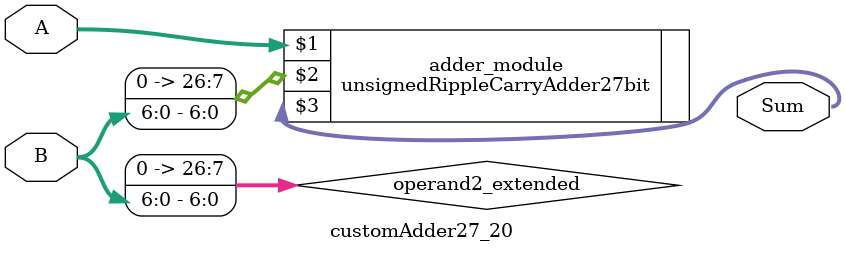
<source format=v>

module customAdder27_20(
                    input [26 : 0] A,
                    input [6 : 0] B,
                    
                    output [27 : 0] Sum
            );

    wire [26 : 0] operand2_extended;
    
    assign operand2_extended =  {20'b0, B};
    
    unsignedRippleCarryAdder27bit adder_module(
        A,
        operand2_extended,
        Sum
    );
    
endmodule
        
</source>
